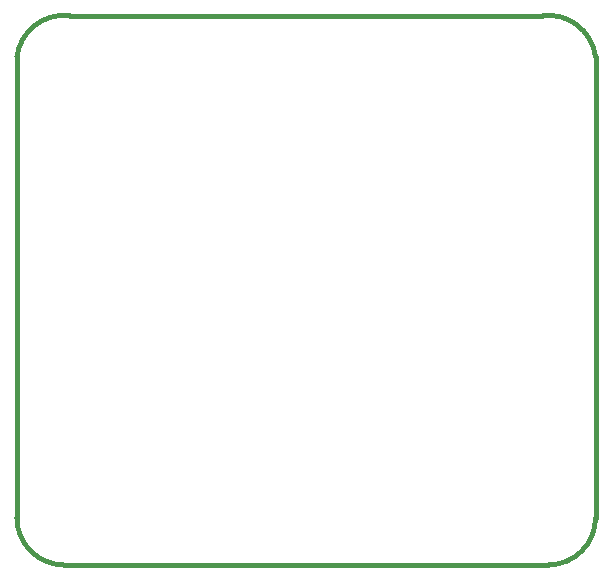
<source format=gbr>
G04 #@! TF.FileFunction,Profile,NP*
%FSLAX46Y46*%
G04 Gerber Fmt 4.6, Leading zero omitted, Abs format (unit mm)*
G04 Created by KiCad (PCBNEW (after 2015-mar-04 BZR unknown)-product) date 4/20/2017 11:34:07 AM*
%MOMM*%
G01*
G04 APERTURE LIST*
%ADD10C,0.150000*%
%ADD11C,0.381000*%
G04 APERTURE END LIST*
D10*
D11*
X45000000Y-46500000D02*
X4000000Y-46500000D01*
X49000000Y-3500000D02*
X49000000Y-42500000D01*
X4500000Y0D02*
X44500000Y0D01*
X0Y-42500000D02*
X0Y-3500000D01*
X49000000Y-3500000D02*
G75*
G03X44500000Y0I-4000000J-500000D01*
G01*
X45000000Y-46500000D02*
G75*
G03X49000000Y-42500000I0J4000000D01*
G01*
X0Y-42500000D02*
G75*
G03X4000000Y-46500000I4000000J0D01*
G01*
X4500000Y0D02*
G75*
G03X0Y-3500000I-500000J-4000000D01*
G01*
M02*

</source>
